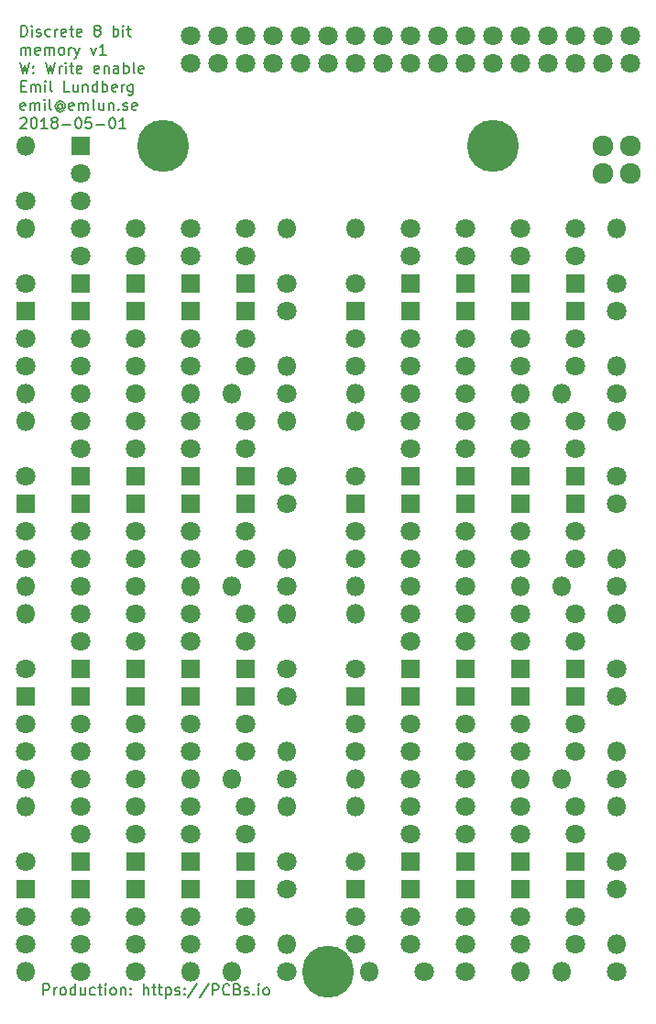
<source format=gts>
G04 #@! TF.FileFunction,Soldermask,Top*
%FSLAX46Y46*%
G04 Gerber Fmt 4.6, Leading zero omitted, Abs format (unit mm)*
G04 Created by KiCad (PCBNEW 4.0.7) date Tue May  1 23:41:33 2018*
%MOMM*%
%LPD*%
G01*
G04 APERTURE LIST*
%ADD10C,0.100000*%
%ADD11C,0.200000*%
%ADD12C,1.800000*%
%ADD13R,1.800000X1.800000*%
%ADD14C,1.924000*%
%ADD15O,1.800000X1.800000*%
%ADD16C,4.800000*%
G04 APERTURE END LIST*
D10*
D11*
X154060238Y-157043381D02*
X154060238Y-156043381D01*
X154441191Y-156043381D01*
X154536429Y-156091000D01*
X154584048Y-156138619D01*
X154631667Y-156233857D01*
X154631667Y-156376714D01*
X154584048Y-156471952D01*
X154536429Y-156519571D01*
X154441191Y-156567190D01*
X154060238Y-156567190D01*
X155060238Y-157043381D02*
X155060238Y-156376714D01*
X155060238Y-156567190D02*
X155107857Y-156471952D01*
X155155476Y-156424333D01*
X155250714Y-156376714D01*
X155345953Y-156376714D01*
X155822143Y-157043381D02*
X155726905Y-156995762D01*
X155679286Y-156948143D01*
X155631667Y-156852905D01*
X155631667Y-156567190D01*
X155679286Y-156471952D01*
X155726905Y-156424333D01*
X155822143Y-156376714D01*
X155965001Y-156376714D01*
X156060239Y-156424333D01*
X156107858Y-156471952D01*
X156155477Y-156567190D01*
X156155477Y-156852905D01*
X156107858Y-156948143D01*
X156060239Y-156995762D01*
X155965001Y-157043381D01*
X155822143Y-157043381D01*
X157012620Y-157043381D02*
X157012620Y-156043381D01*
X157012620Y-156995762D02*
X156917382Y-157043381D01*
X156726905Y-157043381D01*
X156631667Y-156995762D01*
X156584048Y-156948143D01*
X156536429Y-156852905D01*
X156536429Y-156567190D01*
X156584048Y-156471952D01*
X156631667Y-156424333D01*
X156726905Y-156376714D01*
X156917382Y-156376714D01*
X157012620Y-156424333D01*
X157917382Y-156376714D02*
X157917382Y-157043381D01*
X157488810Y-156376714D02*
X157488810Y-156900524D01*
X157536429Y-156995762D01*
X157631667Y-157043381D01*
X157774525Y-157043381D01*
X157869763Y-156995762D01*
X157917382Y-156948143D01*
X158822144Y-156995762D02*
X158726906Y-157043381D01*
X158536429Y-157043381D01*
X158441191Y-156995762D01*
X158393572Y-156948143D01*
X158345953Y-156852905D01*
X158345953Y-156567190D01*
X158393572Y-156471952D01*
X158441191Y-156424333D01*
X158536429Y-156376714D01*
X158726906Y-156376714D01*
X158822144Y-156424333D01*
X159107858Y-156376714D02*
X159488810Y-156376714D01*
X159250715Y-156043381D02*
X159250715Y-156900524D01*
X159298334Y-156995762D01*
X159393572Y-157043381D01*
X159488810Y-157043381D01*
X159822144Y-157043381D02*
X159822144Y-156376714D01*
X159822144Y-156043381D02*
X159774525Y-156091000D01*
X159822144Y-156138619D01*
X159869763Y-156091000D01*
X159822144Y-156043381D01*
X159822144Y-156138619D01*
X160441191Y-157043381D02*
X160345953Y-156995762D01*
X160298334Y-156948143D01*
X160250715Y-156852905D01*
X160250715Y-156567190D01*
X160298334Y-156471952D01*
X160345953Y-156424333D01*
X160441191Y-156376714D01*
X160584049Y-156376714D01*
X160679287Y-156424333D01*
X160726906Y-156471952D01*
X160774525Y-156567190D01*
X160774525Y-156852905D01*
X160726906Y-156948143D01*
X160679287Y-156995762D01*
X160584049Y-157043381D01*
X160441191Y-157043381D01*
X161203096Y-156376714D02*
X161203096Y-157043381D01*
X161203096Y-156471952D02*
X161250715Y-156424333D01*
X161345953Y-156376714D01*
X161488811Y-156376714D01*
X161584049Y-156424333D01*
X161631668Y-156519571D01*
X161631668Y-157043381D01*
X162107858Y-156948143D02*
X162155477Y-156995762D01*
X162107858Y-157043381D01*
X162060239Y-156995762D01*
X162107858Y-156948143D01*
X162107858Y-157043381D01*
X162107858Y-156424333D02*
X162155477Y-156471952D01*
X162107858Y-156519571D01*
X162060239Y-156471952D01*
X162107858Y-156424333D01*
X162107858Y-156519571D01*
X163345953Y-157043381D02*
X163345953Y-156043381D01*
X163774525Y-157043381D02*
X163774525Y-156519571D01*
X163726906Y-156424333D01*
X163631668Y-156376714D01*
X163488810Y-156376714D01*
X163393572Y-156424333D01*
X163345953Y-156471952D01*
X164107858Y-156376714D02*
X164488810Y-156376714D01*
X164250715Y-156043381D02*
X164250715Y-156900524D01*
X164298334Y-156995762D01*
X164393572Y-157043381D01*
X164488810Y-157043381D01*
X164679287Y-156376714D02*
X165060239Y-156376714D01*
X164822144Y-156043381D02*
X164822144Y-156900524D01*
X164869763Y-156995762D01*
X164965001Y-157043381D01*
X165060239Y-157043381D01*
X165393573Y-156376714D02*
X165393573Y-157376714D01*
X165393573Y-156424333D02*
X165488811Y-156376714D01*
X165679288Y-156376714D01*
X165774526Y-156424333D01*
X165822145Y-156471952D01*
X165869764Y-156567190D01*
X165869764Y-156852905D01*
X165822145Y-156948143D01*
X165774526Y-156995762D01*
X165679288Y-157043381D01*
X165488811Y-157043381D01*
X165393573Y-156995762D01*
X166250716Y-156995762D02*
X166345954Y-157043381D01*
X166536430Y-157043381D01*
X166631669Y-156995762D01*
X166679288Y-156900524D01*
X166679288Y-156852905D01*
X166631669Y-156757667D01*
X166536430Y-156710048D01*
X166393573Y-156710048D01*
X166298335Y-156662429D01*
X166250716Y-156567190D01*
X166250716Y-156519571D01*
X166298335Y-156424333D01*
X166393573Y-156376714D01*
X166536430Y-156376714D01*
X166631669Y-156424333D01*
X167107859Y-156948143D02*
X167155478Y-156995762D01*
X167107859Y-157043381D01*
X167060240Y-156995762D01*
X167107859Y-156948143D01*
X167107859Y-157043381D01*
X167107859Y-156424333D02*
X167155478Y-156471952D01*
X167107859Y-156519571D01*
X167060240Y-156471952D01*
X167107859Y-156424333D01*
X167107859Y-156519571D01*
X168298335Y-155995762D02*
X167441192Y-157281476D01*
X169345954Y-155995762D02*
X168488811Y-157281476D01*
X169679287Y-157043381D02*
X169679287Y-156043381D01*
X170060240Y-156043381D01*
X170155478Y-156091000D01*
X170203097Y-156138619D01*
X170250716Y-156233857D01*
X170250716Y-156376714D01*
X170203097Y-156471952D01*
X170155478Y-156519571D01*
X170060240Y-156567190D01*
X169679287Y-156567190D01*
X171250716Y-156948143D02*
X171203097Y-156995762D01*
X171060240Y-157043381D01*
X170965002Y-157043381D01*
X170822144Y-156995762D01*
X170726906Y-156900524D01*
X170679287Y-156805286D01*
X170631668Y-156614810D01*
X170631668Y-156471952D01*
X170679287Y-156281476D01*
X170726906Y-156186238D01*
X170822144Y-156091000D01*
X170965002Y-156043381D01*
X171060240Y-156043381D01*
X171203097Y-156091000D01*
X171250716Y-156138619D01*
X172012621Y-156519571D02*
X172155478Y-156567190D01*
X172203097Y-156614810D01*
X172250716Y-156710048D01*
X172250716Y-156852905D01*
X172203097Y-156948143D01*
X172155478Y-156995762D01*
X172060240Y-157043381D01*
X171679287Y-157043381D01*
X171679287Y-156043381D01*
X172012621Y-156043381D01*
X172107859Y-156091000D01*
X172155478Y-156138619D01*
X172203097Y-156233857D01*
X172203097Y-156329095D01*
X172155478Y-156424333D01*
X172107859Y-156471952D01*
X172012621Y-156519571D01*
X171679287Y-156519571D01*
X172631668Y-156995762D02*
X172726906Y-157043381D01*
X172917382Y-157043381D01*
X173012621Y-156995762D01*
X173060240Y-156900524D01*
X173060240Y-156852905D01*
X173012621Y-156757667D01*
X172917382Y-156710048D01*
X172774525Y-156710048D01*
X172679287Y-156662429D01*
X172631668Y-156567190D01*
X172631668Y-156519571D01*
X172679287Y-156424333D01*
X172774525Y-156376714D01*
X172917382Y-156376714D01*
X173012621Y-156424333D01*
X173488811Y-156948143D02*
X173536430Y-156995762D01*
X173488811Y-157043381D01*
X173441192Y-156995762D01*
X173488811Y-156948143D01*
X173488811Y-157043381D01*
X173965001Y-157043381D02*
X173965001Y-156376714D01*
X173965001Y-156043381D02*
X173917382Y-156091000D01*
X173965001Y-156138619D01*
X174012620Y-156091000D01*
X173965001Y-156043381D01*
X173965001Y-156138619D01*
X174584048Y-157043381D02*
X174488810Y-156995762D01*
X174441191Y-156948143D01*
X174393572Y-156852905D01*
X174393572Y-156567190D01*
X174441191Y-156471952D01*
X174488810Y-156424333D01*
X174584048Y-156376714D01*
X174726906Y-156376714D01*
X174822144Y-156424333D01*
X174869763Y-156471952D01*
X174917382Y-156567190D01*
X174917382Y-156852905D01*
X174869763Y-156948143D01*
X174822144Y-156995762D01*
X174726906Y-157043381D01*
X174584048Y-157043381D01*
X152003095Y-68592381D02*
X152003095Y-67592381D01*
X152241190Y-67592381D01*
X152384048Y-67640000D01*
X152479286Y-67735238D01*
X152526905Y-67830476D01*
X152574524Y-68020952D01*
X152574524Y-68163810D01*
X152526905Y-68354286D01*
X152479286Y-68449524D01*
X152384048Y-68544762D01*
X152241190Y-68592381D01*
X152003095Y-68592381D01*
X153003095Y-68592381D02*
X153003095Y-67925714D01*
X153003095Y-67592381D02*
X152955476Y-67640000D01*
X153003095Y-67687619D01*
X153050714Y-67640000D01*
X153003095Y-67592381D01*
X153003095Y-67687619D01*
X153431666Y-68544762D02*
X153526904Y-68592381D01*
X153717380Y-68592381D01*
X153812619Y-68544762D01*
X153860238Y-68449524D01*
X153860238Y-68401905D01*
X153812619Y-68306667D01*
X153717380Y-68259048D01*
X153574523Y-68259048D01*
X153479285Y-68211429D01*
X153431666Y-68116190D01*
X153431666Y-68068571D01*
X153479285Y-67973333D01*
X153574523Y-67925714D01*
X153717380Y-67925714D01*
X153812619Y-67973333D01*
X154717381Y-68544762D02*
X154622143Y-68592381D01*
X154431666Y-68592381D01*
X154336428Y-68544762D01*
X154288809Y-68497143D01*
X154241190Y-68401905D01*
X154241190Y-68116190D01*
X154288809Y-68020952D01*
X154336428Y-67973333D01*
X154431666Y-67925714D01*
X154622143Y-67925714D01*
X154717381Y-67973333D01*
X155145952Y-68592381D02*
X155145952Y-67925714D01*
X155145952Y-68116190D02*
X155193571Y-68020952D01*
X155241190Y-67973333D01*
X155336428Y-67925714D01*
X155431667Y-67925714D01*
X156145953Y-68544762D02*
X156050715Y-68592381D01*
X155860238Y-68592381D01*
X155765000Y-68544762D01*
X155717381Y-68449524D01*
X155717381Y-68068571D01*
X155765000Y-67973333D01*
X155860238Y-67925714D01*
X156050715Y-67925714D01*
X156145953Y-67973333D01*
X156193572Y-68068571D01*
X156193572Y-68163810D01*
X155717381Y-68259048D01*
X156479286Y-67925714D02*
X156860238Y-67925714D01*
X156622143Y-67592381D02*
X156622143Y-68449524D01*
X156669762Y-68544762D01*
X156765000Y-68592381D01*
X156860238Y-68592381D01*
X157574525Y-68544762D02*
X157479287Y-68592381D01*
X157288810Y-68592381D01*
X157193572Y-68544762D01*
X157145953Y-68449524D01*
X157145953Y-68068571D01*
X157193572Y-67973333D01*
X157288810Y-67925714D01*
X157479287Y-67925714D01*
X157574525Y-67973333D01*
X157622144Y-68068571D01*
X157622144Y-68163810D01*
X157145953Y-68259048D01*
X158955477Y-68020952D02*
X158860239Y-67973333D01*
X158812620Y-67925714D01*
X158765001Y-67830476D01*
X158765001Y-67782857D01*
X158812620Y-67687619D01*
X158860239Y-67640000D01*
X158955477Y-67592381D01*
X159145954Y-67592381D01*
X159241192Y-67640000D01*
X159288811Y-67687619D01*
X159336430Y-67782857D01*
X159336430Y-67830476D01*
X159288811Y-67925714D01*
X159241192Y-67973333D01*
X159145954Y-68020952D01*
X158955477Y-68020952D01*
X158860239Y-68068571D01*
X158812620Y-68116190D01*
X158765001Y-68211429D01*
X158765001Y-68401905D01*
X158812620Y-68497143D01*
X158860239Y-68544762D01*
X158955477Y-68592381D01*
X159145954Y-68592381D01*
X159241192Y-68544762D01*
X159288811Y-68497143D01*
X159336430Y-68401905D01*
X159336430Y-68211429D01*
X159288811Y-68116190D01*
X159241192Y-68068571D01*
X159145954Y-68020952D01*
X160526906Y-68592381D02*
X160526906Y-67592381D01*
X160526906Y-67973333D02*
X160622144Y-67925714D01*
X160812621Y-67925714D01*
X160907859Y-67973333D01*
X160955478Y-68020952D01*
X161003097Y-68116190D01*
X161003097Y-68401905D01*
X160955478Y-68497143D01*
X160907859Y-68544762D01*
X160812621Y-68592381D01*
X160622144Y-68592381D01*
X160526906Y-68544762D01*
X161431668Y-68592381D02*
X161431668Y-67925714D01*
X161431668Y-67592381D02*
X161384049Y-67640000D01*
X161431668Y-67687619D01*
X161479287Y-67640000D01*
X161431668Y-67592381D01*
X161431668Y-67687619D01*
X161765001Y-67925714D02*
X162145953Y-67925714D01*
X161907858Y-67592381D02*
X161907858Y-68449524D01*
X161955477Y-68544762D01*
X162050715Y-68592381D01*
X162145953Y-68592381D01*
X152003095Y-70292381D02*
X152003095Y-69625714D01*
X152003095Y-69720952D02*
X152050714Y-69673333D01*
X152145952Y-69625714D01*
X152288810Y-69625714D01*
X152384048Y-69673333D01*
X152431667Y-69768571D01*
X152431667Y-70292381D01*
X152431667Y-69768571D02*
X152479286Y-69673333D01*
X152574524Y-69625714D01*
X152717381Y-69625714D01*
X152812619Y-69673333D01*
X152860238Y-69768571D01*
X152860238Y-70292381D01*
X153717381Y-70244762D02*
X153622143Y-70292381D01*
X153431666Y-70292381D01*
X153336428Y-70244762D01*
X153288809Y-70149524D01*
X153288809Y-69768571D01*
X153336428Y-69673333D01*
X153431666Y-69625714D01*
X153622143Y-69625714D01*
X153717381Y-69673333D01*
X153765000Y-69768571D01*
X153765000Y-69863810D01*
X153288809Y-69959048D01*
X154193571Y-70292381D02*
X154193571Y-69625714D01*
X154193571Y-69720952D02*
X154241190Y-69673333D01*
X154336428Y-69625714D01*
X154479286Y-69625714D01*
X154574524Y-69673333D01*
X154622143Y-69768571D01*
X154622143Y-70292381D01*
X154622143Y-69768571D02*
X154669762Y-69673333D01*
X154765000Y-69625714D01*
X154907857Y-69625714D01*
X155003095Y-69673333D01*
X155050714Y-69768571D01*
X155050714Y-70292381D01*
X155669761Y-70292381D02*
X155574523Y-70244762D01*
X155526904Y-70197143D01*
X155479285Y-70101905D01*
X155479285Y-69816190D01*
X155526904Y-69720952D01*
X155574523Y-69673333D01*
X155669761Y-69625714D01*
X155812619Y-69625714D01*
X155907857Y-69673333D01*
X155955476Y-69720952D01*
X156003095Y-69816190D01*
X156003095Y-70101905D01*
X155955476Y-70197143D01*
X155907857Y-70244762D01*
X155812619Y-70292381D01*
X155669761Y-70292381D01*
X156431666Y-70292381D02*
X156431666Y-69625714D01*
X156431666Y-69816190D02*
X156479285Y-69720952D01*
X156526904Y-69673333D01*
X156622142Y-69625714D01*
X156717381Y-69625714D01*
X156955476Y-69625714D02*
X157193571Y-70292381D01*
X157431667Y-69625714D02*
X157193571Y-70292381D01*
X157098333Y-70530476D01*
X157050714Y-70578095D01*
X156955476Y-70625714D01*
X158479286Y-69625714D02*
X158717381Y-70292381D01*
X158955477Y-69625714D01*
X159860239Y-70292381D02*
X159288810Y-70292381D01*
X159574524Y-70292381D02*
X159574524Y-69292381D01*
X159479286Y-69435238D01*
X159384048Y-69530476D01*
X159288810Y-69578095D01*
X151907857Y-70992381D02*
X152145952Y-71992381D01*
X152336429Y-71278095D01*
X152526905Y-71992381D01*
X152765000Y-70992381D01*
X153145952Y-71897143D02*
X153193571Y-71944762D01*
X153145952Y-71992381D01*
X153098333Y-71944762D01*
X153145952Y-71897143D01*
X153145952Y-71992381D01*
X153145952Y-71373333D02*
X153193571Y-71420952D01*
X153145952Y-71468571D01*
X153098333Y-71420952D01*
X153145952Y-71373333D01*
X153145952Y-71468571D01*
X154288809Y-70992381D02*
X154526904Y-71992381D01*
X154717381Y-71278095D01*
X154907857Y-71992381D01*
X155145952Y-70992381D01*
X155526904Y-71992381D02*
X155526904Y-71325714D01*
X155526904Y-71516190D02*
X155574523Y-71420952D01*
X155622142Y-71373333D01*
X155717380Y-71325714D01*
X155812619Y-71325714D01*
X156145952Y-71992381D02*
X156145952Y-71325714D01*
X156145952Y-70992381D02*
X156098333Y-71040000D01*
X156145952Y-71087619D01*
X156193571Y-71040000D01*
X156145952Y-70992381D01*
X156145952Y-71087619D01*
X156479285Y-71325714D02*
X156860237Y-71325714D01*
X156622142Y-70992381D02*
X156622142Y-71849524D01*
X156669761Y-71944762D01*
X156764999Y-71992381D01*
X156860237Y-71992381D01*
X157574524Y-71944762D02*
X157479286Y-71992381D01*
X157288809Y-71992381D01*
X157193571Y-71944762D01*
X157145952Y-71849524D01*
X157145952Y-71468571D01*
X157193571Y-71373333D01*
X157288809Y-71325714D01*
X157479286Y-71325714D01*
X157574524Y-71373333D01*
X157622143Y-71468571D01*
X157622143Y-71563810D01*
X157145952Y-71659048D01*
X159193572Y-71944762D02*
X159098334Y-71992381D01*
X158907857Y-71992381D01*
X158812619Y-71944762D01*
X158765000Y-71849524D01*
X158765000Y-71468571D01*
X158812619Y-71373333D01*
X158907857Y-71325714D01*
X159098334Y-71325714D01*
X159193572Y-71373333D01*
X159241191Y-71468571D01*
X159241191Y-71563810D01*
X158765000Y-71659048D01*
X159669762Y-71325714D02*
X159669762Y-71992381D01*
X159669762Y-71420952D02*
X159717381Y-71373333D01*
X159812619Y-71325714D01*
X159955477Y-71325714D01*
X160050715Y-71373333D01*
X160098334Y-71468571D01*
X160098334Y-71992381D01*
X161003096Y-71992381D02*
X161003096Y-71468571D01*
X160955477Y-71373333D01*
X160860239Y-71325714D01*
X160669762Y-71325714D01*
X160574524Y-71373333D01*
X161003096Y-71944762D02*
X160907858Y-71992381D01*
X160669762Y-71992381D01*
X160574524Y-71944762D01*
X160526905Y-71849524D01*
X160526905Y-71754286D01*
X160574524Y-71659048D01*
X160669762Y-71611429D01*
X160907858Y-71611429D01*
X161003096Y-71563810D01*
X161479286Y-71992381D02*
X161479286Y-70992381D01*
X161479286Y-71373333D02*
X161574524Y-71325714D01*
X161765001Y-71325714D01*
X161860239Y-71373333D01*
X161907858Y-71420952D01*
X161955477Y-71516190D01*
X161955477Y-71801905D01*
X161907858Y-71897143D01*
X161860239Y-71944762D01*
X161765001Y-71992381D01*
X161574524Y-71992381D01*
X161479286Y-71944762D01*
X162526905Y-71992381D02*
X162431667Y-71944762D01*
X162384048Y-71849524D01*
X162384048Y-70992381D01*
X163288811Y-71944762D02*
X163193573Y-71992381D01*
X163003096Y-71992381D01*
X162907858Y-71944762D01*
X162860239Y-71849524D01*
X162860239Y-71468571D01*
X162907858Y-71373333D01*
X163003096Y-71325714D01*
X163193573Y-71325714D01*
X163288811Y-71373333D01*
X163336430Y-71468571D01*
X163336430Y-71563810D01*
X162860239Y-71659048D01*
X152003095Y-73168571D02*
X152336429Y-73168571D01*
X152479286Y-73692381D02*
X152003095Y-73692381D01*
X152003095Y-72692381D01*
X152479286Y-72692381D01*
X152907857Y-73692381D02*
X152907857Y-73025714D01*
X152907857Y-73120952D02*
X152955476Y-73073333D01*
X153050714Y-73025714D01*
X153193572Y-73025714D01*
X153288810Y-73073333D01*
X153336429Y-73168571D01*
X153336429Y-73692381D01*
X153336429Y-73168571D02*
X153384048Y-73073333D01*
X153479286Y-73025714D01*
X153622143Y-73025714D01*
X153717381Y-73073333D01*
X153765000Y-73168571D01*
X153765000Y-73692381D01*
X154241190Y-73692381D02*
X154241190Y-73025714D01*
X154241190Y-72692381D02*
X154193571Y-72740000D01*
X154241190Y-72787619D01*
X154288809Y-72740000D01*
X154241190Y-72692381D01*
X154241190Y-72787619D01*
X154860237Y-73692381D02*
X154764999Y-73644762D01*
X154717380Y-73549524D01*
X154717380Y-72692381D01*
X156479286Y-73692381D02*
X156003095Y-73692381D01*
X156003095Y-72692381D01*
X157241191Y-73025714D02*
X157241191Y-73692381D01*
X156812619Y-73025714D02*
X156812619Y-73549524D01*
X156860238Y-73644762D01*
X156955476Y-73692381D01*
X157098334Y-73692381D01*
X157193572Y-73644762D01*
X157241191Y-73597143D01*
X157717381Y-73025714D02*
X157717381Y-73692381D01*
X157717381Y-73120952D02*
X157765000Y-73073333D01*
X157860238Y-73025714D01*
X158003096Y-73025714D01*
X158098334Y-73073333D01*
X158145953Y-73168571D01*
X158145953Y-73692381D01*
X159050715Y-73692381D02*
X159050715Y-72692381D01*
X159050715Y-73644762D02*
X158955477Y-73692381D01*
X158765000Y-73692381D01*
X158669762Y-73644762D01*
X158622143Y-73597143D01*
X158574524Y-73501905D01*
X158574524Y-73216190D01*
X158622143Y-73120952D01*
X158669762Y-73073333D01*
X158765000Y-73025714D01*
X158955477Y-73025714D01*
X159050715Y-73073333D01*
X159526905Y-73692381D02*
X159526905Y-72692381D01*
X159526905Y-73073333D02*
X159622143Y-73025714D01*
X159812620Y-73025714D01*
X159907858Y-73073333D01*
X159955477Y-73120952D01*
X160003096Y-73216190D01*
X160003096Y-73501905D01*
X159955477Y-73597143D01*
X159907858Y-73644762D01*
X159812620Y-73692381D01*
X159622143Y-73692381D01*
X159526905Y-73644762D01*
X160812620Y-73644762D02*
X160717382Y-73692381D01*
X160526905Y-73692381D01*
X160431667Y-73644762D01*
X160384048Y-73549524D01*
X160384048Y-73168571D01*
X160431667Y-73073333D01*
X160526905Y-73025714D01*
X160717382Y-73025714D01*
X160812620Y-73073333D01*
X160860239Y-73168571D01*
X160860239Y-73263810D01*
X160384048Y-73359048D01*
X161288810Y-73692381D02*
X161288810Y-73025714D01*
X161288810Y-73216190D02*
X161336429Y-73120952D01*
X161384048Y-73073333D01*
X161479286Y-73025714D01*
X161574525Y-73025714D01*
X162336430Y-73025714D02*
X162336430Y-73835238D01*
X162288811Y-73930476D01*
X162241192Y-73978095D01*
X162145953Y-74025714D01*
X162003096Y-74025714D01*
X161907858Y-73978095D01*
X162336430Y-73644762D02*
X162241192Y-73692381D01*
X162050715Y-73692381D01*
X161955477Y-73644762D01*
X161907858Y-73597143D01*
X161860239Y-73501905D01*
X161860239Y-73216190D01*
X161907858Y-73120952D01*
X161955477Y-73073333D01*
X162050715Y-73025714D01*
X162241192Y-73025714D01*
X162336430Y-73073333D01*
X152384048Y-75344762D02*
X152288810Y-75392381D01*
X152098333Y-75392381D01*
X152003095Y-75344762D01*
X151955476Y-75249524D01*
X151955476Y-74868571D01*
X152003095Y-74773333D01*
X152098333Y-74725714D01*
X152288810Y-74725714D01*
X152384048Y-74773333D01*
X152431667Y-74868571D01*
X152431667Y-74963810D01*
X151955476Y-75059048D01*
X152860238Y-75392381D02*
X152860238Y-74725714D01*
X152860238Y-74820952D02*
X152907857Y-74773333D01*
X153003095Y-74725714D01*
X153145953Y-74725714D01*
X153241191Y-74773333D01*
X153288810Y-74868571D01*
X153288810Y-75392381D01*
X153288810Y-74868571D02*
X153336429Y-74773333D01*
X153431667Y-74725714D01*
X153574524Y-74725714D01*
X153669762Y-74773333D01*
X153717381Y-74868571D01*
X153717381Y-75392381D01*
X154193571Y-75392381D02*
X154193571Y-74725714D01*
X154193571Y-74392381D02*
X154145952Y-74440000D01*
X154193571Y-74487619D01*
X154241190Y-74440000D01*
X154193571Y-74392381D01*
X154193571Y-74487619D01*
X154812618Y-75392381D02*
X154717380Y-75344762D01*
X154669761Y-75249524D01*
X154669761Y-74392381D01*
X155812619Y-74916190D02*
X155765000Y-74868571D01*
X155669762Y-74820952D01*
X155574524Y-74820952D01*
X155479286Y-74868571D01*
X155431666Y-74916190D01*
X155384047Y-75011429D01*
X155384047Y-75106667D01*
X155431666Y-75201905D01*
X155479286Y-75249524D01*
X155574524Y-75297143D01*
X155669762Y-75297143D01*
X155765000Y-75249524D01*
X155812619Y-75201905D01*
X155812619Y-74820952D02*
X155812619Y-75201905D01*
X155860238Y-75249524D01*
X155907857Y-75249524D01*
X156003095Y-75201905D01*
X156050714Y-75106667D01*
X156050714Y-74868571D01*
X155955476Y-74725714D01*
X155812619Y-74630476D01*
X155622143Y-74582857D01*
X155431666Y-74630476D01*
X155288809Y-74725714D01*
X155193571Y-74868571D01*
X155145952Y-75059048D01*
X155193571Y-75249524D01*
X155288809Y-75392381D01*
X155431666Y-75487619D01*
X155622143Y-75535238D01*
X155812619Y-75487619D01*
X155955476Y-75392381D01*
X156860238Y-75344762D02*
X156765000Y-75392381D01*
X156574523Y-75392381D01*
X156479285Y-75344762D01*
X156431666Y-75249524D01*
X156431666Y-74868571D01*
X156479285Y-74773333D01*
X156574523Y-74725714D01*
X156765000Y-74725714D01*
X156860238Y-74773333D01*
X156907857Y-74868571D01*
X156907857Y-74963810D01*
X156431666Y-75059048D01*
X157336428Y-75392381D02*
X157336428Y-74725714D01*
X157336428Y-74820952D02*
X157384047Y-74773333D01*
X157479285Y-74725714D01*
X157622143Y-74725714D01*
X157717381Y-74773333D01*
X157765000Y-74868571D01*
X157765000Y-75392381D01*
X157765000Y-74868571D02*
X157812619Y-74773333D01*
X157907857Y-74725714D01*
X158050714Y-74725714D01*
X158145952Y-74773333D01*
X158193571Y-74868571D01*
X158193571Y-75392381D01*
X158812618Y-75392381D02*
X158717380Y-75344762D01*
X158669761Y-75249524D01*
X158669761Y-74392381D01*
X159622143Y-74725714D02*
X159622143Y-75392381D01*
X159193571Y-74725714D02*
X159193571Y-75249524D01*
X159241190Y-75344762D01*
X159336428Y-75392381D01*
X159479286Y-75392381D01*
X159574524Y-75344762D01*
X159622143Y-75297143D01*
X160098333Y-74725714D02*
X160098333Y-75392381D01*
X160098333Y-74820952D02*
X160145952Y-74773333D01*
X160241190Y-74725714D01*
X160384048Y-74725714D01*
X160479286Y-74773333D01*
X160526905Y-74868571D01*
X160526905Y-75392381D01*
X161003095Y-75297143D02*
X161050714Y-75344762D01*
X161003095Y-75392381D01*
X160955476Y-75344762D01*
X161003095Y-75297143D01*
X161003095Y-75392381D01*
X161431666Y-75344762D02*
X161526904Y-75392381D01*
X161717380Y-75392381D01*
X161812619Y-75344762D01*
X161860238Y-75249524D01*
X161860238Y-75201905D01*
X161812619Y-75106667D01*
X161717380Y-75059048D01*
X161574523Y-75059048D01*
X161479285Y-75011429D01*
X161431666Y-74916190D01*
X161431666Y-74868571D01*
X161479285Y-74773333D01*
X161574523Y-74725714D01*
X161717380Y-74725714D01*
X161812619Y-74773333D01*
X162669762Y-75344762D02*
X162574524Y-75392381D01*
X162384047Y-75392381D01*
X162288809Y-75344762D01*
X162241190Y-75249524D01*
X162241190Y-74868571D01*
X162288809Y-74773333D01*
X162384047Y-74725714D01*
X162574524Y-74725714D01*
X162669762Y-74773333D01*
X162717381Y-74868571D01*
X162717381Y-74963810D01*
X162241190Y-75059048D01*
X151955476Y-76187619D02*
X152003095Y-76140000D01*
X152098333Y-76092381D01*
X152336429Y-76092381D01*
X152431667Y-76140000D01*
X152479286Y-76187619D01*
X152526905Y-76282857D01*
X152526905Y-76378095D01*
X152479286Y-76520952D01*
X151907857Y-77092381D01*
X152526905Y-77092381D01*
X153145952Y-76092381D02*
X153241191Y-76092381D01*
X153336429Y-76140000D01*
X153384048Y-76187619D01*
X153431667Y-76282857D01*
X153479286Y-76473333D01*
X153479286Y-76711429D01*
X153431667Y-76901905D01*
X153384048Y-76997143D01*
X153336429Y-77044762D01*
X153241191Y-77092381D01*
X153145952Y-77092381D01*
X153050714Y-77044762D01*
X153003095Y-76997143D01*
X152955476Y-76901905D01*
X152907857Y-76711429D01*
X152907857Y-76473333D01*
X152955476Y-76282857D01*
X153003095Y-76187619D01*
X153050714Y-76140000D01*
X153145952Y-76092381D01*
X154431667Y-77092381D02*
X153860238Y-77092381D01*
X154145952Y-77092381D02*
X154145952Y-76092381D01*
X154050714Y-76235238D01*
X153955476Y-76330476D01*
X153860238Y-76378095D01*
X155003095Y-76520952D02*
X154907857Y-76473333D01*
X154860238Y-76425714D01*
X154812619Y-76330476D01*
X154812619Y-76282857D01*
X154860238Y-76187619D01*
X154907857Y-76140000D01*
X155003095Y-76092381D01*
X155193572Y-76092381D01*
X155288810Y-76140000D01*
X155336429Y-76187619D01*
X155384048Y-76282857D01*
X155384048Y-76330476D01*
X155336429Y-76425714D01*
X155288810Y-76473333D01*
X155193572Y-76520952D01*
X155003095Y-76520952D01*
X154907857Y-76568571D01*
X154860238Y-76616190D01*
X154812619Y-76711429D01*
X154812619Y-76901905D01*
X154860238Y-76997143D01*
X154907857Y-77044762D01*
X155003095Y-77092381D01*
X155193572Y-77092381D01*
X155288810Y-77044762D01*
X155336429Y-76997143D01*
X155384048Y-76901905D01*
X155384048Y-76711429D01*
X155336429Y-76616190D01*
X155288810Y-76568571D01*
X155193572Y-76520952D01*
X155812619Y-76711429D02*
X156574524Y-76711429D01*
X157241190Y-76092381D02*
X157336429Y-76092381D01*
X157431667Y-76140000D01*
X157479286Y-76187619D01*
X157526905Y-76282857D01*
X157574524Y-76473333D01*
X157574524Y-76711429D01*
X157526905Y-76901905D01*
X157479286Y-76997143D01*
X157431667Y-77044762D01*
X157336429Y-77092381D01*
X157241190Y-77092381D01*
X157145952Y-77044762D01*
X157098333Y-76997143D01*
X157050714Y-76901905D01*
X157003095Y-76711429D01*
X157003095Y-76473333D01*
X157050714Y-76282857D01*
X157098333Y-76187619D01*
X157145952Y-76140000D01*
X157241190Y-76092381D01*
X158479286Y-76092381D02*
X158003095Y-76092381D01*
X157955476Y-76568571D01*
X158003095Y-76520952D01*
X158098333Y-76473333D01*
X158336429Y-76473333D01*
X158431667Y-76520952D01*
X158479286Y-76568571D01*
X158526905Y-76663810D01*
X158526905Y-76901905D01*
X158479286Y-76997143D01*
X158431667Y-77044762D01*
X158336429Y-77092381D01*
X158098333Y-77092381D01*
X158003095Y-77044762D01*
X157955476Y-76997143D01*
X158955476Y-76711429D02*
X159717381Y-76711429D01*
X160384047Y-76092381D02*
X160479286Y-76092381D01*
X160574524Y-76140000D01*
X160622143Y-76187619D01*
X160669762Y-76282857D01*
X160717381Y-76473333D01*
X160717381Y-76711429D01*
X160669762Y-76901905D01*
X160622143Y-76997143D01*
X160574524Y-77044762D01*
X160479286Y-77092381D01*
X160384047Y-77092381D01*
X160288809Y-77044762D01*
X160241190Y-76997143D01*
X160193571Y-76901905D01*
X160145952Y-76711429D01*
X160145952Y-76473333D01*
X160193571Y-76282857D01*
X160241190Y-76187619D01*
X160288809Y-76140000D01*
X160384047Y-76092381D01*
X161669762Y-77092381D02*
X161098333Y-77092381D01*
X161384047Y-77092381D02*
X161384047Y-76092381D01*
X161288809Y-76235238D01*
X161193571Y-76330476D01*
X161098333Y-76378095D01*
D12*
X167640000Y-68580000D03*
X167640000Y-71120000D03*
X203200000Y-106680000D03*
X203200000Y-104140000D03*
D13*
X203200000Y-109220000D03*
D12*
X203200000Y-88900000D03*
X203200000Y-86360000D03*
D13*
X203200000Y-91440000D03*
D14*
X208280000Y-78740000D03*
X208280000Y-81280000D03*
X205740000Y-81280000D03*
X205740000Y-78740000D03*
D12*
X152400000Y-83820000D03*
D15*
X152400000Y-78740000D03*
D12*
X207010000Y-147320000D03*
D15*
X207010000Y-152400000D03*
D12*
X207010000Y-154940000D03*
D15*
X201930000Y-154940000D03*
D12*
X193040000Y-154940000D03*
D15*
X198120000Y-154940000D03*
D12*
X189230000Y-154940000D03*
D15*
X184150000Y-154940000D03*
D12*
X207010000Y-144780000D03*
D15*
X207010000Y-139700000D03*
D12*
X182880000Y-144780000D03*
D15*
X182880000Y-139700000D03*
D12*
X207010000Y-129540000D03*
D15*
X207010000Y-134620000D03*
D12*
X207010000Y-137160000D03*
D15*
X201930000Y-137160000D03*
D12*
X193040000Y-137160000D03*
D15*
X198120000Y-137160000D03*
D12*
X187960000Y-137160000D03*
D15*
X182880000Y-137160000D03*
D12*
X207010000Y-127000000D03*
D15*
X207010000Y-121920000D03*
D12*
X182880000Y-127000000D03*
D15*
X182880000Y-121920000D03*
D12*
X207010000Y-111760000D03*
D15*
X207010000Y-116840000D03*
D12*
X207010000Y-119380000D03*
D15*
X201930000Y-119380000D03*
D12*
X193040000Y-119380000D03*
D15*
X198120000Y-119380000D03*
D12*
X187960000Y-119380000D03*
D15*
X182880000Y-119380000D03*
D12*
X207010000Y-109220000D03*
D15*
X207010000Y-104140000D03*
D12*
X182880000Y-109220000D03*
D15*
X182880000Y-104140000D03*
D12*
X207010000Y-93980000D03*
D15*
X207010000Y-99060000D03*
D12*
X207010000Y-101600000D03*
D15*
X201930000Y-101600000D03*
D12*
X193040000Y-101600000D03*
D15*
X198120000Y-101600000D03*
D12*
X187960000Y-101600000D03*
D15*
X182880000Y-101600000D03*
D12*
X207010000Y-91440000D03*
D15*
X207010000Y-86360000D03*
D12*
X182880000Y-91440000D03*
D15*
X182880000Y-86360000D03*
D12*
X176530000Y-147320000D03*
D15*
X176530000Y-152400000D03*
D12*
X176530000Y-154940000D03*
D15*
X171450000Y-154940000D03*
D12*
X162560000Y-154940000D03*
D15*
X167640000Y-154940000D03*
D12*
X157480000Y-154940000D03*
D15*
X152400000Y-154940000D03*
D12*
X176530000Y-144780000D03*
D15*
X176530000Y-139700000D03*
D12*
X152400000Y-144780000D03*
D15*
X152400000Y-139700000D03*
D12*
X176530000Y-129540000D03*
D15*
X176530000Y-134620000D03*
D12*
X176530000Y-137160000D03*
D15*
X171450000Y-137160000D03*
D12*
X162560000Y-137160000D03*
D15*
X167640000Y-137160000D03*
D12*
X157480000Y-137160000D03*
D15*
X152400000Y-137160000D03*
D12*
X176530000Y-127000000D03*
D15*
X176530000Y-121920000D03*
D12*
X152400000Y-127000000D03*
D15*
X152400000Y-121920000D03*
D12*
X176530000Y-111760000D03*
D15*
X176530000Y-116840000D03*
D12*
X176530000Y-119380000D03*
D15*
X171450000Y-119380000D03*
D12*
X162560000Y-119380000D03*
D15*
X167640000Y-119380000D03*
D12*
X157480000Y-119380000D03*
D15*
X152400000Y-119380000D03*
D12*
X176530000Y-109220000D03*
D15*
X176530000Y-104140000D03*
D12*
X152400000Y-109220000D03*
D15*
X152400000Y-104140000D03*
D12*
X176530000Y-93980000D03*
D15*
X176530000Y-99060000D03*
D12*
X176530000Y-101600000D03*
D15*
X171450000Y-101600000D03*
D12*
X162560000Y-101600000D03*
D15*
X167640000Y-101600000D03*
D12*
X157480000Y-101600000D03*
D15*
X152400000Y-101600000D03*
D12*
X176530000Y-91440000D03*
D15*
X176530000Y-86360000D03*
D12*
X152400000Y-91440000D03*
D15*
X152400000Y-86360000D03*
D12*
X198120000Y-88900000D03*
X198120000Y-86360000D03*
D13*
X198120000Y-91440000D03*
D12*
X157480000Y-88900000D03*
X157480000Y-86360000D03*
D13*
X157480000Y-91440000D03*
D12*
X162560000Y-88900000D03*
X162560000Y-86360000D03*
D13*
X162560000Y-91440000D03*
D12*
X167640000Y-88900000D03*
X167640000Y-86360000D03*
D13*
X167640000Y-91440000D03*
D12*
X172720000Y-88900000D03*
X172720000Y-86360000D03*
D13*
X172720000Y-91440000D03*
D12*
X152400000Y-96520000D03*
X152400000Y-99060000D03*
D13*
X152400000Y-93980000D03*
D12*
X157480000Y-96520000D03*
X157480000Y-99060000D03*
D13*
X157480000Y-93980000D03*
D12*
X162560000Y-96520000D03*
X162560000Y-99060000D03*
D13*
X162560000Y-93980000D03*
D12*
X167640000Y-96520000D03*
X167640000Y-99060000D03*
D13*
X167640000Y-93980000D03*
D12*
X172720000Y-96520000D03*
X172720000Y-99060000D03*
D13*
X172720000Y-93980000D03*
D12*
X157480000Y-106680000D03*
X157480000Y-104140000D03*
D13*
X157480000Y-109220000D03*
D12*
X162560000Y-106680000D03*
X162560000Y-104140000D03*
D13*
X162560000Y-109220000D03*
D12*
X167640000Y-106680000D03*
X167640000Y-104140000D03*
D13*
X167640000Y-109220000D03*
D12*
X172720000Y-106680000D03*
X172720000Y-104140000D03*
D13*
X172720000Y-109220000D03*
D12*
X152400000Y-114300000D03*
X152400000Y-116840000D03*
D13*
X152400000Y-111760000D03*
D12*
X157480000Y-114300000D03*
X157480000Y-116840000D03*
D13*
X157480000Y-111760000D03*
D12*
X162560000Y-114300000D03*
X162560000Y-116840000D03*
D13*
X162560000Y-111760000D03*
D12*
X167640000Y-114300000D03*
X167640000Y-116840000D03*
D13*
X167640000Y-111760000D03*
D12*
X172720000Y-114300000D03*
X172720000Y-116840000D03*
D13*
X172720000Y-111760000D03*
D12*
X157480000Y-124460000D03*
X157480000Y-121920000D03*
D13*
X157480000Y-127000000D03*
D12*
X162560000Y-124460000D03*
X162560000Y-121920000D03*
D13*
X162560000Y-127000000D03*
D12*
X167640000Y-124460000D03*
X167640000Y-121920000D03*
D13*
X167640000Y-127000000D03*
D12*
X172720000Y-124460000D03*
X172720000Y-121920000D03*
D13*
X172720000Y-127000000D03*
D12*
X152400000Y-132080000D03*
X152400000Y-134620000D03*
D13*
X152400000Y-129540000D03*
D12*
X157480000Y-132080000D03*
X157480000Y-134620000D03*
D13*
X157480000Y-129540000D03*
D12*
X162560000Y-132080000D03*
X162560000Y-134620000D03*
D13*
X162560000Y-129540000D03*
D12*
X167640000Y-132080000D03*
X167640000Y-134620000D03*
D13*
X167640000Y-129540000D03*
D12*
X172720000Y-132080000D03*
X172720000Y-134620000D03*
D13*
X172720000Y-129540000D03*
D12*
X157480000Y-142240000D03*
X157480000Y-139700000D03*
D13*
X157480000Y-144780000D03*
D12*
X162560000Y-142240000D03*
X162560000Y-139700000D03*
D13*
X162560000Y-144780000D03*
D12*
X167640000Y-142240000D03*
X167640000Y-139700000D03*
D13*
X167640000Y-144780000D03*
D12*
X172720000Y-142240000D03*
X172720000Y-139700000D03*
D13*
X172720000Y-144780000D03*
D12*
X152400000Y-149860000D03*
X152400000Y-152400000D03*
D13*
X152400000Y-147320000D03*
D12*
X157480000Y-149860000D03*
X157480000Y-152400000D03*
D13*
X157480000Y-147320000D03*
D12*
X162560000Y-149860000D03*
X162560000Y-152400000D03*
D13*
X162560000Y-147320000D03*
D12*
X167640000Y-149860000D03*
X167640000Y-152400000D03*
D13*
X167640000Y-147320000D03*
D12*
X172720000Y-149860000D03*
X172720000Y-152400000D03*
D13*
X172720000Y-147320000D03*
D12*
X187960000Y-88900000D03*
X187960000Y-86360000D03*
D13*
X187960000Y-91440000D03*
D12*
X193040000Y-88900000D03*
X193040000Y-86360000D03*
D13*
X193040000Y-91440000D03*
D12*
X182880000Y-96520000D03*
X182880000Y-99060000D03*
D13*
X182880000Y-93980000D03*
D12*
X187960000Y-96520000D03*
X187960000Y-99060000D03*
D13*
X187960000Y-93980000D03*
D12*
X193040000Y-96520000D03*
X193040000Y-99060000D03*
D13*
X193040000Y-93980000D03*
D12*
X198120000Y-96520000D03*
X198120000Y-99060000D03*
D13*
X198120000Y-93980000D03*
D12*
X203200000Y-96520000D03*
X203200000Y-99060000D03*
D13*
X203200000Y-93980000D03*
D12*
X187960000Y-106680000D03*
X187960000Y-104140000D03*
D13*
X187960000Y-109220000D03*
D12*
X193040000Y-106680000D03*
X193040000Y-104140000D03*
D13*
X193040000Y-109220000D03*
D12*
X198120000Y-106680000D03*
X198120000Y-104140000D03*
D13*
X198120000Y-109220000D03*
D12*
X182880000Y-114300000D03*
X182880000Y-116840000D03*
D13*
X182880000Y-111760000D03*
D12*
X187960000Y-114300000D03*
X187960000Y-116840000D03*
D13*
X187960000Y-111760000D03*
D12*
X193040000Y-114300000D03*
X193040000Y-116840000D03*
D13*
X193040000Y-111760000D03*
D12*
X198120000Y-114300000D03*
X198120000Y-116840000D03*
D13*
X198120000Y-111760000D03*
D12*
X203200000Y-114300000D03*
X203200000Y-116840000D03*
D13*
X203200000Y-111760000D03*
D12*
X187960000Y-124460000D03*
X187960000Y-121920000D03*
D13*
X187960000Y-127000000D03*
D12*
X193040000Y-124460000D03*
X193040000Y-121920000D03*
D13*
X193040000Y-127000000D03*
D12*
X198120000Y-124460000D03*
X198120000Y-121920000D03*
D13*
X198120000Y-127000000D03*
D12*
X203200000Y-124460000D03*
X203200000Y-121920000D03*
D13*
X203200000Y-127000000D03*
D12*
X182880000Y-132080000D03*
X182880000Y-134620000D03*
D13*
X182880000Y-129540000D03*
D12*
X187960000Y-132080000D03*
X187960000Y-134620000D03*
D13*
X187960000Y-129540000D03*
D12*
X193040000Y-132080000D03*
X193040000Y-134620000D03*
D13*
X193040000Y-129540000D03*
D12*
X198120000Y-132080000D03*
X198120000Y-134620000D03*
D13*
X198120000Y-129540000D03*
D12*
X203200000Y-132080000D03*
X203200000Y-134620000D03*
D13*
X203200000Y-129540000D03*
D12*
X187960000Y-142240000D03*
X187960000Y-139700000D03*
D13*
X187960000Y-144780000D03*
D12*
X193040000Y-142240000D03*
X193040000Y-139700000D03*
D13*
X193040000Y-144780000D03*
D12*
X198120000Y-142240000D03*
X198120000Y-139700000D03*
D13*
X198120000Y-144780000D03*
D12*
X203200000Y-142240000D03*
X203200000Y-139700000D03*
D13*
X203200000Y-144780000D03*
D12*
X182880000Y-149860000D03*
X182880000Y-152400000D03*
D13*
X182880000Y-147320000D03*
D12*
X187960000Y-149860000D03*
X187960000Y-152400000D03*
D13*
X187960000Y-147320000D03*
D12*
X193040000Y-149860000D03*
X193040000Y-152400000D03*
D13*
X193040000Y-147320000D03*
D12*
X198120000Y-149860000D03*
X198120000Y-152400000D03*
D13*
X198120000Y-147320000D03*
D12*
X203200000Y-149860000D03*
X203200000Y-152400000D03*
D13*
X203200000Y-147320000D03*
D12*
X157480000Y-81280000D03*
X157480000Y-83820000D03*
D13*
X157480000Y-78740000D03*
D12*
X170180000Y-68580000D03*
X172720000Y-68580000D03*
X175260000Y-68580000D03*
X177800000Y-68580000D03*
X180340000Y-68580000D03*
X182880000Y-68580000D03*
X185420000Y-68580000D03*
X187960000Y-68580000D03*
X187960000Y-71120000D03*
X185420000Y-71120000D03*
X182880000Y-71120000D03*
X180340000Y-71120000D03*
X177800000Y-71120000D03*
X175260000Y-71120000D03*
X172720000Y-71120000D03*
X170180000Y-71120000D03*
X190500000Y-68580000D03*
X193040000Y-68580000D03*
X195580000Y-68580000D03*
X198120000Y-68580000D03*
X200660000Y-68580000D03*
X203200000Y-68580000D03*
X205740000Y-68580000D03*
X208280000Y-68580000D03*
X208280000Y-71120000D03*
X205740000Y-71120000D03*
X203200000Y-71120000D03*
X200660000Y-71120000D03*
X198120000Y-71120000D03*
X195580000Y-71120000D03*
X193040000Y-71120000D03*
X190500000Y-71120000D03*
D16*
X165100000Y-78740000D03*
X195580000Y-78740000D03*
X180340000Y-154940000D03*
M02*

</source>
